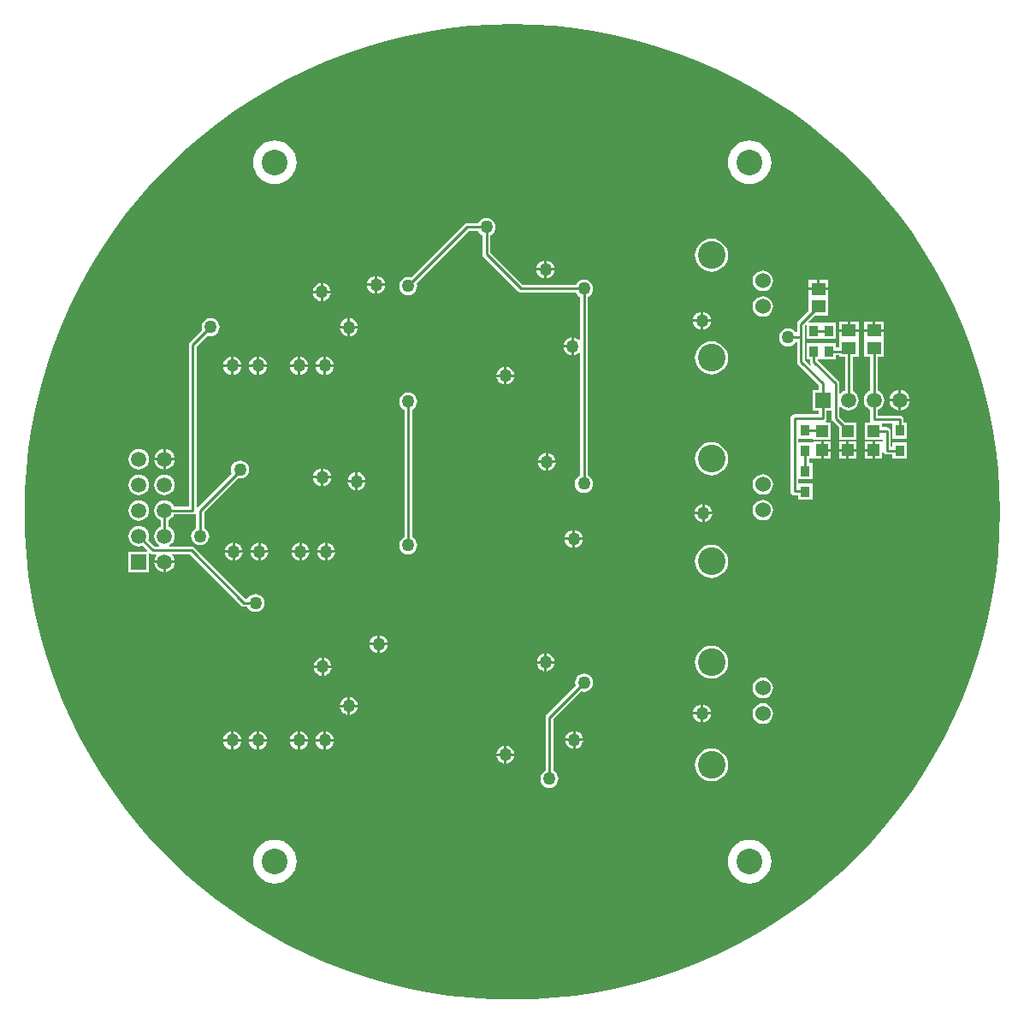
<source format=gbl>
%FSLAX25Y25*%
%MOIN*%
G70*
G01*
G75*
G04 Layer_Physical_Order=2*
G04 Layer_Color=16711680*
%ADD10R,0.03543X0.04331*%
%ADD11R,0.04331X0.03543*%
%ADD12R,0.03543X0.03937*%
%ADD13R,0.04016X0.01614*%
%ADD14R,0.05512X0.04921*%
%ADD15R,0.05512X0.04724*%
%ADD16R,0.04724X0.05512*%
%ADD17O,0.02362X0.08661*%
%ADD18C,0.01000*%
%ADD19C,0.05906*%
%ADD20R,0.05906X0.05906*%
%ADD21C,0.10000*%
%ADD22R,0.05906X0.05906*%
%ADD23C,0.06000*%
%ADD24C,0.05000*%
%ADD25C,0.10787*%
%ADD26R,0.04724X0.04724*%
G36*
X198290Y379864D02*
X206563Y379322D01*
X214806Y378419D01*
X223001Y377158D01*
X231133Y375540D01*
X239187Y373570D01*
X247148Y371249D01*
X254999Y368584D01*
X262727Y365579D01*
X270317Y362240D01*
X277753Y358572D01*
X285023Y354584D01*
X292111Y350283D01*
X299006Y345676D01*
X305692Y340773D01*
X312159Y335583D01*
X318393Y330116D01*
X324382Y324382D01*
X330116Y318393D01*
X335583Y312159D01*
X340773Y305692D01*
X345676Y299006D01*
X350283Y292111D01*
X354584Y285023D01*
X358572Y277753D01*
X362240Y270317D01*
X365579Y262727D01*
X368584Y254999D01*
X371249Y247148D01*
X373570Y239187D01*
X375540Y231133D01*
X377158Y223001D01*
X378419Y214806D01*
X379322Y206563D01*
X379864Y198290D01*
X380045Y190000D01*
X379864Y181710D01*
X379322Y173436D01*
X378419Y165194D01*
X377158Y156999D01*
X375540Y148867D01*
X373570Y140813D01*
X371249Y132852D01*
X368584Y125001D01*
X365579Y117273D01*
X362240Y109683D01*
X358572Y102247D01*
X354584Y94977D01*
X350283Y87889D01*
X345676Y80994D01*
X340773Y74308D01*
X335583Y67841D01*
X330116Y61607D01*
X324382Y55618D01*
X318393Y49884D01*
X312159Y44417D01*
X305692Y39227D01*
X299006Y34324D01*
X292111Y29717D01*
X285023Y25416D01*
X277753Y21428D01*
X270317Y17761D01*
X262727Y14421D01*
X254999Y11416D01*
X247148Y8751D01*
X239187Y6430D01*
X231133Y4460D01*
X223001Y2842D01*
X214806Y1581D01*
X206563Y678D01*
X198290Y136D01*
X190000Y-45D01*
X181710Y136D01*
X173436Y678D01*
X165194Y1581D01*
X156999Y2842D01*
X148867Y4460D01*
X140813Y6430D01*
X132852Y8751D01*
X125001Y11416D01*
X117273Y14421D01*
X109683Y17761D01*
X102247Y21428D01*
X94977Y25416D01*
X87889Y29717D01*
X80994Y34324D01*
X74308Y39227D01*
X67841Y44417D01*
X61607Y49884D01*
X55618Y55618D01*
X49884Y61607D01*
X44417Y67841D01*
X39227Y74308D01*
X34324Y80994D01*
X29717Y87889D01*
X25416Y94977D01*
X21428Y102247D01*
X17761Y109683D01*
X14421Y117273D01*
X11416Y125001D01*
X8751Y132852D01*
X6430Y140813D01*
X4460Y148867D01*
X2842Y156999D01*
X1581Y165194D01*
X678Y173436D01*
X136Y181710D01*
X-45Y190000D01*
X136Y198290D01*
X678Y206563D01*
X1581Y214806D01*
X2842Y223001D01*
X4460Y231133D01*
X6430Y239187D01*
X8751Y247148D01*
X11416Y254999D01*
X14421Y262727D01*
X17761Y270317D01*
X21428Y277753D01*
X25416Y285023D01*
X29717Y292111D01*
X34324Y299006D01*
X39227Y305692D01*
X44417Y312159D01*
X49884Y318393D01*
X55618Y324382D01*
X61607Y330116D01*
X67841Y335583D01*
X74308Y340773D01*
X80994Y345676D01*
X87889Y350283D01*
X94977Y354584D01*
X102247Y358572D01*
X109683Y362240D01*
X117273Y365579D01*
X125001Y368584D01*
X132852Y371249D01*
X140813Y373570D01*
X148867Y375540D01*
X156999Y377158D01*
X165194Y378419D01*
X173436Y379322D01*
X181710Y379864D01*
X190000Y380045D01*
X198290Y379864D01*
D02*
G37*
%LPC*%
G36*
X94964Y174000D02*
X92000D01*
Y171036D01*
X92414Y171090D01*
X93265Y171443D01*
X93996Y172004D01*
X94557Y172735D01*
X94910Y173586D01*
X94964Y174000D01*
D02*
G37*
G36*
X107000D02*
X104036D01*
X104090Y173586D01*
X104443Y172735D01*
X105004Y172004D01*
X105735Y171443D01*
X106586Y171090D01*
X107000Y171036D01*
Y174000D01*
D02*
G37*
G36*
X91000D02*
X88036D01*
X88090Y173586D01*
X88443Y172735D01*
X89004Y172004D01*
X89735Y171443D01*
X90586Y171090D01*
X91000Y171036D01*
Y174000D01*
D02*
G37*
G36*
X81000D02*
X78036D01*
X78090Y173586D01*
X78443Y172735D01*
X79004Y172004D01*
X79735Y171443D01*
X80586Y171090D01*
X81000Y171036D01*
Y174000D01*
D02*
G37*
G36*
X84964D02*
X82000D01*
Y171036D01*
X82414Y171090D01*
X83265Y171443D01*
X83996Y172004D01*
X84557Y172735D01*
X84910Y173586D01*
X84964Y174000D01*
D02*
G37*
G36*
X149500Y236530D02*
X148586Y236410D01*
X147735Y236057D01*
X147004Y235496D01*
X146443Y234765D01*
X146090Y233914D01*
X145970Y233000D01*
X146090Y232086D01*
X146443Y231235D01*
X147004Y230504D01*
X147735Y229943D01*
X147971Y229845D01*
Y180155D01*
X147735Y180057D01*
X147004Y179496D01*
X146443Y178765D01*
X146090Y177914D01*
X145970Y177000D01*
X146090Y176086D01*
X146443Y175235D01*
X147004Y174504D01*
X147735Y173943D01*
X148586Y173590D01*
X149500Y173470D01*
X150414Y173590D01*
X151265Y173943D01*
X151996Y174504D01*
X152557Y175235D01*
X152910Y176086D01*
X153030Y177000D01*
X152910Y177914D01*
X152557Y178765D01*
X151996Y179496D01*
X151265Y180057D01*
X151029Y180155D01*
Y229845D01*
X151265Y229943D01*
X151996Y230504D01*
X152557Y231235D01*
X152910Y232086D01*
X153030Y233000D01*
X152910Y233914D01*
X152557Y234765D01*
X151996Y235496D01*
X151265Y236057D01*
X150414Y236410D01*
X149500Y236530D01*
D02*
G37*
G36*
X81000Y177964D02*
X80586Y177910D01*
X79735Y177557D01*
X79004Y176996D01*
X78443Y176265D01*
X78090Y175414D01*
X78036Y175000D01*
X81000D01*
Y177964D01*
D02*
G37*
G36*
X120964Y174000D02*
X118000D01*
Y171036D01*
X118414Y171090D01*
X119265Y171443D01*
X119996Y172004D01*
X120557Y172735D01*
X120910Y173586D01*
X120964Y174000D01*
D02*
G37*
G36*
X110964D02*
X108000D01*
Y171036D01*
X108414Y171090D01*
X109265Y171443D01*
X109996Y172004D01*
X110557Y172735D01*
X110910Y173586D01*
X110964Y174000D01*
D02*
G37*
G36*
X117000D02*
X114036D01*
X114090Y173586D01*
X114443Y172735D01*
X115004Y172004D01*
X115735Y171443D01*
X116586Y171090D01*
X117000Y171036D01*
Y174000D01*
D02*
G37*
G36*
X58421Y170000D02*
X55000D01*
Y166579D01*
X55532Y166649D01*
X56493Y167047D01*
X57319Y167681D01*
X57953Y168507D01*
X58351Y169468D01*
X58421Y170000D01*
D02*
G37*
G36*
X203600Y134864D02*
Y131900D01*
X206564D01*
X206510Y132314D01*
X206157Y133165D01*
X205596Y133896D01*
X204865Y134457D01*
X204014Y134810D01*
X203600Y134864D01*
D02*
G37*
G36*
X137500Y138000D02*
X134536D01*
X134590Y137586D01*
X134943Y136735D01*
X135504Y136004D01*
X136235Y135443D01*
X137086Y135090D01*
X137500Y135036D01*
Y138000D01*
D02*
G37*
G36*
X202600Y134864D02*
X202186Y134810D01*
X201335Y134457D01*
X200604Y133896D01*
X200043Y133165D01*
X199690Y132314D01*
X199636Y131900D01*
X202600D01*
Y134864D01*
D02*
G37*
G36*
X115677Y133142D02*
X115263Y133087D01*
X114412Y132734D01*
X113681Y132173D01*
X113120Y131442D01*
X112767Y130591D01*
X112713Y130177D01*
X115677D01*
Y133142D01*
D02*
G37*
G36*
X116677D02*
Y130177D01*
X119642D01*
X119587Y130591D01*
X119234Y131442D01*
X118673Y132173D01*
X117942Y132734D01*
X117091Y133087D01*
X116677Y133142D01*
D02*
G37*
G36*
X267700Y177125D02*
X266447Y177001D01*
X265241Y176636D01*
X264131Y176042D01*
X263157Y175243D01*
X262358Y174269D01*
X261764Y173159D01*
X261399Y171953D01*
X261275Y170700D01*
X261399Y169447D01*
X261764Y168241D01*
X262358Y167131D01*
X263157Y166157D01*
X264131Y165358D01*
X265241Y164764D01*
X266447Y164399D01*
X267700Y164275D01*
X268953Y164399D01*
X270159Y164764D01*
X271269Y165358D01*
X272243Y166157D01*
X273042Y167131D01*
X273636Y168241D01*
X274001Y169447D01*
X274125Y170700D01*
X274001Y171953D01*
X273636Y173159D01*
X273042Y174269D01*
X272243Y175243D01*
X271269Y176042D01*
X270159Y176636D01*
X268953Y177001D01*
X267700Y177125D01*
D02*
G37*
G36*
X54000Y170000D02*
X50579D01*
X50649Y169468D01*
X51047Y168507D01*
X51681Y167681D01*
X52507Y167047D01*
X53468Y166649D01*
X54000Y166579D01*
Y170000D01*
D02*
G37*
G36*
X138500Y141964D02*
Y139000D01*
X141464D01*
X141410Y139414D01*
X141057Y140265D01*
X140496Y140996D01*
X139765Y141557D01*
X138914Y141910D01*
X138500Y141964D01*
D02*
G37*
G36*
X141464Y138000D02*
X138500D01*
Y135036D01*
X138914Y135090D01*
X139765Y135443D01*
X140496Y136004D01*
X141057Y136735D01*
X141410Y137586D01*
X141464Y138000D01*
D02*
G37*
G36*
X137500Y141964D02*
X137086Y141910D01*
X136235Y141557D01*
X135504Y140996D01*
X134943Y140265D01*
X134590Y139414D01*
X134536Y139000D01*
X137500D01*
Y141964D01*
D02*
G37*
G36*
X82000Y177964D02*
Y175000D01*
X84964D01*
X84910Y175414D01*
X84557Y176265D01*
X83996Y176996D01*
X83265Y177557D01*
X82414Y177910D01*
X82000Y177964D01*
D02*
G37*
G36*
X264000Y192964D02*
X263586Y192910D01*
X262735Y192557D01*
X262004Y191996D01*
X261443Y191265D01*
X261090Y190414D01*
X261036Y190000D01*
X264000D01*
Y192964D01*
D02*
G37*
G36*
X265000D02*
Y190000D01*
X267964D01*
X267910Y190414D01*
X267557Y191265D01*
X266996Y191996D01*
X266265Y192557D01*
X265414Y192910D01*
X265000Y192964D01*
D02*
G37*
G36*
X287700Y194735D02*
X286656Y194597D01*
X285683Y194194D01*
X284847Y193553D01*
X284206Y192717D01*
X283803Y191744D01*
X283665Y190700D01*
X283803Y189656D01*
X284206Y188683D01*
X284847Y187847D01*
X285683Y187206D01*
X286656Y186803D01*
X287700Y186665D01*
X288744Y186803D01*
X289717Y187206D01*
X290553Y187847D01*
X291194Y188683D01*
X291597Y189656D01*
X291735Y190700D01*
X291597Y191744D01*
X291194Y192717D01*
X290553Y193553D01*
X289717Y194194D01*
X288744Y194597D01*
X287700Y194735D01*
D02*
G37*
G36*
X267964Y189000D02*
X265000D01*
Y186036D01*
X265414Y186090D01*
X266265Y186443D01*
X266996Y187004D01*
X267557Y187735D01*
X267910Y188586D01*
X267964Y189000D01*
D02*
G37*
G36*
X44500Y194487D02*
X43468Y194351D01*
X42507Y193953D01*
X41681Y193319D01*
X41047Y192493D01*
X40649Y191532D01*
X40513Y190500D01*
X40649Y189468D01*
X41047Y188507D01*
X41681Y187681D01*
X42507Y187047D01*
X43468Y186649D01*
X44500Y186513D01*
X45532Y186649D01*
X46493Y187047D01*
X47319Y187681D01*
X47953Y188507D01*
X48351Y189468D01*
X48487Y190500D01*
X48351Y191532D01*
X47953Y192493D01*
X47319Y193319D01*
X46493Y193953D01*
X45532Y194351D01*
X44500Y194487D01*
D02*
G37*
G36*
X128908Y201408D02*
X125944D01*
X125998Y200994D01*
X126351Y200143D01*
X126912Y199412D01*
X127643Y198851D01*
X128494Y198498D01*
X128908Y198443D01*
Y201408D01*
D02*
G37*
G36*
X132872D02*
X129908D01*
Y198443D01*
X130322Y198498D01*
X131173Y198851D01*
X131904Y199412D01*
X132465Y200143D01*
X132818Y200994D01*
X132872Y201408D01*
D02*
G37*
G36*
X287700Y204734D02*
X286656Y204597D01*
X285683Y204194D01*
X284847Y203553D01*
X284206Y202717D01*
X283803Y201744D01*
X283665Y200700D01*
X283803Y199656D01*
X284206Y198683D01*
X284847Y197847D01*
X285683Y197206D01*
X286656Y196803D01*
X287700Y196666D01*
X288744Y196803D01*
X289717Y197206D01*
X290553Y197847D01*
X291194Y198683D01*
X291597Y199656D01*
X291735Y200700D01*
X291597Y201744D01*
X291194Y202717D01*
X290553Y203553D01*
X289717Y204194D01*
X288744Y204597D01*
X287700Y204734D01*
D02*
G37*
G36*
X44500Y204487D02*
X43468Y204351D01*
X42507Y203953D01*
X41681Y203319D01*
X41047Y202493D01*
X40649Y201532D01*
X40513Y200500D01*
X40649Y199468D01*
X41047Y198507D01*
X41681Y197681D01*
X42507Y197047D01*
X43468Y196649D01*
X44500Y196513D01*
X45532Y196649D01*
X46493Y197047D01*
X47319Y197681D01*
X47953Y198507D01*
X48351Y199468D01*
X48487Y200500D01*
X48351Y201532D01*
X47953Y202493D01*
X47319Y203319D01*
X46493Y203953D01*
X45532Y204351D01*
X44500Y204487D01*
D02*
G37*
G36*
X54500D02*
X53468Y204351D01*
X52507Y203953D01*
X51681Y203319D01*
X51047Y202493D01*
X50649Y201532D01*
X50513Y200500D01*
X50649Y199468D01*
X51047Y198507D01*
X51681Y197681D01*
X52507Y197047D01*
X53468Y196649D01*
X54500Y196513D01*
X55532Y196649D01*
X56493Y197047D01*
X57319Y197681D01*
X57953Y198507D01*
X58351Y199468D01*
X58487Y200500D01*
X58351Y201532D01*
X57953Y202493D01*
X57319Y203319D01*
X56493Y203953D01*
X55532Y204351D01*
X54500Y204487D01*
D02*
G37*
G36*
X264000Y189000D02*
X261036D01*
X261090Y188586D01*
X261443Y187735D01*
X262004Y187004D01*
X262735Y186443D01*
X263586Y186090D01*
X264000Y186036D01*
Y189000D01*
D02*
G37*
G36*
X108000Y177964D02*
Y175000D01*
X110964D01*
X110910Y175414D01*
X110557Y176265D01*
X109996Y176996D01*
X109265Y177557D01*
X108414Y177910D01*
X108000Y177964D01*
D02*
G37*
G36*
X117000D02*
X116586Y177910D01*
X115735Y177557D01*
X115004Y176996D01*
X114443Y176265D01*
X114090Y175414D01*
X114036Y175000D01*
X117000D01*
Y177964D01*
D02*
G37*
G36*
X107000D02*
X106586Y177910D01*
X105735Y177557D01*
X105004Y176996D01*
X104443Y176265D01*
X104090Y175414D01*
X104036Y175000D01*
X107000D01*
Y177964D01*
D02*
G37*
G36*
X91000D02*
X90586Y177910D01*
X89735Y177557D01*
X89004Y176996D01*
X88443Y176265D01*
X88090Y175414D01*
X88036Y175000D01*
X91000D01*
Y177964D01*
D02*
G37*
G36*
X92000D02*
Y175000D01*
X94964D01*
X94910Y175414D01*
X94557Y176265D01*
X93996Y176996D01*
X93265Y177557D01*
X92414Y177910D01*
X92000Y177964D01*
D02*
G37*
G36*
X213500Y182964D02*
X213086Y182910D01*
X212235Y182557D01*
X211504Y181996D01*
X210943Y181265D01*
X210590Y180414D01*
X210536Y180000D01*
X213500D01*
Y182964D01*
D02*
G37*
G36*
X214500D02*
Y180000D01*
X217464D01*
X217410Y180414D01*
X217057Y181265D01*
X216496Y181996D01*
X215765Y182557D01*
X214914Y182910D01*
X214500Y182964D01*
D02*
G37*
G36*
X217464Y179000D02*
X214500D01*
Y176036D01*
X214914Y176090D01*
X215765Y176443D01*
X216496Y177004D01*
X217057Y177735D01*
X217410Y178586D01*
X217464Y179000D01*
D02*
G37*
G36*
X118000Y177964D02*
Y175000D01*
X120964D01*
X120910Y175414D01*
X120557Y176265D01*
X119996Y176996D01*
X119265Y177557D01*
X118414Y177910D01*
X118000Y177964D01*
D02*
G37*
G36*
X213500Y179000D02*
X210536D01*
X210590Y178586D01*
X210943Y177735D01*
X211504Y177004D01*
X212235Y176443D01*
X213086Y176090D01*
X213500Y176036D01*
Y179000D01*
D02*
G37*
G36*
X120464Y100500D02*
X117500D01*
Y97536D01*
X117914Y97590D01*
X118765Y97943D01*
X119496Y98504D01*
X120057Y99235D01*
X120410Y100086D01*
X120464Y100500D01*
D02*
G37*
G36*
X213700Y100700D02*
X210736D01*
X210790Y100286D01*
X211143Y99435D01*
X211704Y98704D01*
X212435Y98143D01*
X213286Y97790D01*
X213700Y97736D01*
Y100700D01*
D02*
G37*
G36*
X116500Y100500D02*
X113536D01*
X113590Y100086D01*
X113943Y99235D01*
X114504Y98504D01*
X115235Y97943D01*
X116086Y97590D01*
X116500Y97536D01*
Y100500D01*
D02*
G37*
G36*
X106500D02*
X103536D01*
X103590Y100086D01*
X103943Y99235D01*
X104504Y98504D01*
X105235Y97943D01*
X106086Y97590D01*
X106500Y97536D01*
Y100500D01*
D02*
G37*
G36*
X110464D02*
X107500D01*
Y97536D01*
X107914Y97590D01*
X108765Y97943D01*
X109496Y98504D01*
X110057Y99235D01*
X110410Y100086D01*
X110464Y100500D01*
D02*
G37*
G36*
X90500Y104464D02*
X90086Y104410D01*
X89235Y104057D01*
X88504Y103496D01*
X87943Y102765D01*
X87590Y101914D01*
X87536Y101500D01*
X90500D01*
Y104464D01*
D02*
G37*
G36*
X91500D02*
Y101500D01*
X94464D01*
X94410Y101914D01*
X94057Y102765D01*
X93496Y103496D01*
X92765Y104057D01*
X91914Y104410D01*
X91500Y104464D01*
D02*
G37*
G36*
X81500D02*
Y101500D01*
X84464D01*
X84410Y101914D01*
X84057Y102765D01*
X83496Y103496D01*
X82765Y104057D01*
X81914Y104410D01*
X81500Y104464D01*
D02*
G37*
G36*
X217664Y100700D02*
X214700D01*
Y97736D01*
X215114Y97790D01*
X215965Y98143D01*
X216696Y98704D01*
X217257Y99435D01*
X217610Y100286D01*
X217664Y100700D01*
D02*
G37*
G36*
X80500Y104464D02*
X80086Y104410D01*
X79235Y104057D01*
X78504Y103496D01*
X77943Y102765D01*
X77590Y101914D01*
X77536Y101500D01*
X80500D01*
Y104464D01*
D02*
G37*
G36*
X94464Y100500D02*
X91500D01*
Y97536D01*
X91914Y97590D01*
X92765Y97943D01*
X93496Y98504D01*
X94057Y99235D01*
X94410Y100086D01*
X94464Y100500D01*
D02*
G37*
G36*
X186900Y94900D02*
X183936D01*
X183990Y94486D01*
X184343Y93635D01*
X184904Y92904D01*
X185635Y92343D01*
X186486Y91990D01*
X186900Y91936D01*
Y94900D01*
D02*
G37*
G36*
X190864D02*
X187900D01*
Y91936D01*
X188314Y91990D01*
X189165Y92343D01*
X189896Y92904D01*
X190457Y93635D01*
X190810Y94486D01*
X190864Y94900D01*
D02*
G37*
G36*
X267700Y97825D02*
X266447Y97701D01*
X265241Y97336D01*
X264131Y96742D01*
X263157Y95943D01*
X262358Y94969D01*
X261764Y93859D01*
X261399Y92653D01*
X261275Y91400D01*
X261399Y90147D01*
X261764Y88941D01*
X262358Y87831D01*
X263157Y86857D01*
X264131Y86058D01*
X265241Y85464D01*
X266447Y85099D01*
X267700Y84975D01*
X268953Y85099D01*
X270159Y85464D01*
X271269Y86058D01*
X272243Y86857D01*
X273042Y87831D01*
X273636Y88941D01*
X274001Y90147D01*
X274125Y91400D01*
X274001Y92653D01*
X273636Y93859D01*
X273042Y94969D01*
X272243Y95943D01*
X271269Y96742D01*
X270159Y97336D01*
X268953Y97701D01*
X267700Y97825D01*
D02*
G37*
G36*
X97500Y62266D02*
X95839Y62102D01*
X94241Y61618D01*
X92769Y60831D01*
X91478Y59772D01*
X90419Y58481D01*
X89632Y57009D01*
X89148Y55411D01*
X88984Y53750D01*
X89148Y52089D01*
X89632Y50491D01*
X90419Y49019D01*
X91478Y47728D01*
X92769Y46669D01*
X94241Y45882D01*
X95839Y45398D01*
X97500Y45234D01*
X99161Y45398D01*
X100759Y45882D01*
X102231Y46669D01*
X103522Y47728D01*
X104581Y49019D01*
X105368Y50491D01*
X105852Y52089D01*
X106016Y53750D01*
X105852Y55411D01*
X105368Y57009D01*
X104581Y58481D01*
X103522Y59772D01*
X102231Y60831D01*
X100759Y61618D01*
X99161Y62102D01*
X97500Y62266D01*
D02*
G37*
G36*
X282500D02*
X280839Y62102D01*
X279241Y61618D01*
X277769Y60831D01*
X276478Y59772D01*
X275419Y58481D01*
X274632Y57009D01*
X274148Y55411D01*
X273984Y53750D01*
X274148Y52089D01*
X274632Y50491D01*
X275419Y49019D01*
X276478Y47728D01*
X277769Y46669D01*
X279241Y45882D01*
X280839Y45398D01*
X282500Y45234D01*
X284161Y45398D01*
X285759Y45882D01*
X287231Y46669D01*
X288522Y47728D01*
X289581Y49019D01*
X290368Y50491D01*
X290852Y52089D01*
X291016Y53750D01*
X290852Y55411D01*
X290368Y57009D01*
X289581Y58481D01*
X288522Y59772D01*
X287231Y60831D01*
X285759Y61618D01*
X284161Y62102D01*
X282500Y62266D01*
D02*
G37*
G36*
X84464Y100500D02*
X81500D01*
Y97536D01*
X81914Y97590D01*
X82765Y97943D01*
X83496Y98504D01*
X84057Y99235D01*
X84410Y100086D01*
X84464Y100500D01*
D02*
G37*
G36*
X90500D02*
X87536D01*
X87590Y100086D01*
X87943Y99235D01*
X88504Y98504D01*
X89235Y97943D01*
X90086Y97590D01*
X90500Y97536D01*
Y100500D01*
D02*
G37*
G36*
X80500D02*
X77536D01*
X77590Y100086D01*
X77943Y99235D01*
X78504Y98504D01*
X79235Y97943D01*
X80086Y97590D01*
X80500Y97536D01*
Y100500D01*
D02*
G37*
G36*
X186900Y98864D02*
X186486Y98810D01*
X185635Y98457D01*
X184904Y97896D01*
X184343Y97165D01*
X183990Y96314D01*
X183936Y95900D01*
X186900D01*
Y98864D01*
D02*
G37*
G36*
X187900D02*
Y95900D01*
X190864D01*
X190810Y96314D01*
X190457Y97165D01*
X189896Y97896D01*
X189165Y98457D01*
X188314Y98810D01*
X187900Y98864D01*
D02*
G37*
G36*
X106500Y104464D02*
X106086Y104410D01*
X105235Y104057D01*
X104504Y103496D01*
X103943Y102765D01*
X103590Y101914D01*
X103536Y101500D01*
X106500D01*
Y104464D01*
D02*
G37*
G36*
X287700Y125435D02*
X286656Y125297D01*
X285683Y124894D01*
X284847Y124253D01*
X284206Y123417D01*
X283803Y122444D01*
X283665Y121400D01*
X283803Y120356D01*
X284206Y119383D01*
X284847Y118547D01*
X285683Y117906D01*
X286656Y117503D01*
X287700Y117366D01*
X288744Y117503D01*
X289717Y117906D01*
X290553Y118547D01*
X291194Y119383D01*
X291597Y120356D01*
X291735Y121400D01*
X291597Y122444D01*
X291194Y123417D01*
X290553Y124253D01*
X289717Y124894D01*
X288744Y125297D01*
X287700Y125435D01*
D02*
G37*
G36*
X218043Y126987D02*
X217130Y126867D01*
X216278Y126514D01*
X215547Y125953D01*
X214986Y125222D01*
X214633Y124370D01*
X214513Y123457D01*
X214633Y122543D01*
X214731Y122307D01*
X203419Y110995D01*
X203087Y110499D01*
X202971Y109913D01*
Y89155D01*
X202735Y89057D01*
X202004Y88496D01*
X201443Y87765D01*
X201090Y86914D01*
X200970Y86000D01*
X201090Y85086D01*
X201443Y84235D01*
X202004Y83504D01*
X202735Y82943D01*
X203586Y82590D01*
X204500Y82470D01*
X205414Y82590D01*
X206265Y82943D01*
X206996Y83504D01*
X207557Y84235D01*
X207910Y85086D01*
X208030Y86000D01*
X207910Y86914D01*
X207557Y87765D01*
X206996Y88496D01*
X206265Y89057D01*
X206029Y89155D01*
Y109280D01*
X216894Y120144D01*
X217130Y120047D01*
X218043Y119927D01*
X218957Y120047D01*
X219808Y120399D01*
X220539Y120960D01*
X221100Y121692D01*
X221453Y122543D01*
X221573Y123457D01*
X221453Y124370D01*
X221100Y125222D01*
X220539Y125953D01*
X219808Y126514D01*
X218957Y126867D01*
X218043Y126987D01*
D02*
G37*
G36*
X126900Y117864D02*
Y114900D01*
X129864D01*
X129810Y115314D01*
X129457Y116165D01*
X128896Y116896D01*
X128165Y117457D01*
X127314Y117810D01*
X126900Y117864D01*
D02*
G37*
G36*
X264500Y114964D02*
Y112000D01*
X267464D01*
X267410Y112414D01*
X267057Y113265D01*
X266496Y113996D01*
X265765Y114557D01*
X264914Y114910D01*
X264500Y114964D01*
D02*
G37*
G36*
X125900Y117864D02*
X125486Y117810D01*
X124635Y117457D01*
X123904Y116896D01*
X123343Y116165D01*
X122990Y115314D01*
X122936Y114900D01*
X125900D01*
Y117864D01*
D02*
G37*
G36*
X202600Y130900D02*
X199636D01*
X199690Y130486D01*
X200043Y129635D01*
X200604Y128904D01*
X201335Y128343D01*
X202186Y127990D01*
X202600Y127936D01*
Y130900D01*
D02*
G37*
G36*
X206564D02*
X203600D01*
Y127936D01*
X204014Y127990D01*
X204865Y128343D01*
X205596Y128904D01*
X206157Y129635D01*
X206510Y130486D01*
X206564Y130900D01*
D02*
G37*
G36*
X119642Y129177D02*
X116677D01*
Y126213D01*
X117091Y126267D01*
X117942Y126620D01*
X118673Y127181D01*
X119234Y127912D01*
X119587Y128763D01*
X119642Y129177D01*
D02*
G37*
G36*
X267700Y137825D02*
X266447Y137701D01*
X265241Y137336D01*
X264131Y136742D01*
X263157Y135943D01*
X262358Y134969D01*
X261764Y133859D01*
X261399Y132653D01*
X261275Y131400D01*
X261399Y130147D01*
X261764Y128941D01*
X262358Y127831D01*
X263157Y126857D01*
X264131Y126058D01*
X265241Y125464D01*
X266447Y125099D01*
X267700Y124975D01*
X268953Y125099D01*
X270159Y125464D01*
X271269Y126058D01*
X272243Y126857D01*
X273042Y127831D01*
X273636Y128941D01*
X274001Y130147D01*
X274125Y131400D01*
X274001Y132653D01*
X273636Y133859D01*
X273042Y134969D01*
X272243Y135943D01*
X271269Y136742D01*
X270159Y137336D01*
X268953Y137701D01*
X267700Y137825D01*
D02*
G37*
G36*
X115677Y129177D02*
X112713D01*
X112767Y128763D01*
X113120Y127912D01*
X113681Y127181D01*
X114412Y126620D01*
X115263Y126267D01*
X115677Y126213D01*
Y129177D01*
D02*
G37*
G36*
X263500Y114964D02*
X263086Y114910D01*
X262235Y114557D01*
X261504Y113996D01*
X260943Y113265D01*
X260590Y112414D01*
X260536Y112000D01*
X263500D01*
Y114964D01*
D02*
G37*
G36*
X213700Y104664D02*
X213286Y104610D01*
X212435Y104257D01*
X211704Y103696D01*
X211143Y102965D01*
X210790Y102114D01*
X210736Y101700D01*
X213700D01*
Y104664D01*
D02*
G37*
G36*
X214700D02*
Y101700D01*
X217664D01*
X217610Y102114D01*
X217257Y102965D01*
X216696Y103696D01*
X215965Y104257D01*
X215114Y104610D01*
X214700Y104664D01*
D02*
G37*
G36*
X117500Y104464D02*
Y101500D01*
X120464D01*
X120410Y101914D01*
X120057Y102765D01*
X119496Y103496D01*
X118765Y104057D01*
X117914Y104410D01*
X117500Y104464D01*
D02*
G37*
G36*
X107500D02*
Y101500D01*
X110464D01*
X110410Y101914D01*
X110057Y102765D01*
X109496Y103496D01*
X108765Y104057D01*
X107914Y104410D01*
X107500Y104464D01*
D02*
G37*
G36*
X116500D02*
X116086Y104410D01*
X115235Y104057D01*
X114504Y103496D01*
X113943Y102765D01*
X113590Y101914D01*
X113536Y101500D01*
X116500D01*
Y104464D01*
D02*
G37*
G36*
X125900Y113900D02*
X122936D01*
X122990Y113486D01*
X123343Y112635D01*
X123904Y111904D01*
X124635Y111343D01*
X125486Y110990D01*
X125900Y110936D01*
Y113900D01*
D02*
G37*
G36*
X129864D02*
X126900D01*
Y110936D01*
X127314Y110990D01*
X128165Y111343D01*
X128896Y111904D01*
X129457Y112635D01*
X129810Y113486D01*
X129864Y113900D01*
D02*
G37*
G36*
X267464Y111000D02*
X264500D01*
Y108036D01*
X264914Y108090D01*
X265765Y108443D01*
X266496Y109004D01*
X267057Y109735D01*
X267410Y110586D01*
X267464Y111000D01*
D02*
G37*
G36*
X287700Y115435D02*
X286656Y115297D01*
X285683Y114894D01*
X284847Y114253D01*
X284206Y113417D01*
X283803Y112444D01*
X283665Y111400D01*
X283803Y110356D01*
X284206Y109383D01*
X284847Y108547D01*
X285683Y107906D01*
X286656Y107503D01*
X287700Y107366D01*
X288744Y107503D01*
X289717Y107906D01*
X290553Y108547D01*
X291194Y109383D01*
X291597Y110356D01*
X291735Y111400D01*
X291597Y112444D01*
X291194Y113417D01*
X290553Y114253D01*
X289717Y114894D01*
X288744Y115297D01*
X287700Y115435D01*
D02*
G37*
G36*
X263500Y111000D02*
X260536D01*
X260590Y110586D01*
X260943Y109735D01*
X261504Y109004D01*
X262235Y108443D01*
X263086Y108090D01*
X263500Y108036D01*
Y111000D01*
D02*
G37*
G36*
Y264000D02*
X260536D01*
X260590Y263586D01*
X260943Y262735D01*
X261504Y262004D01*
X262235Y261443D01*
X263086Y261090D01*
X263500Y261036D01*
Y264000D01*
D02*
G37*
G36*
X267464D02*
X264500D01*
Y261036D01*
X264914Y261090D01*
X265765Y261443D01*
X266496Y262004D01*
X267057Y262735D01*
X267410Y263586D01*
X267464Y264000D01*
D02*
G37*
G36*
X72500Y265530D02*
X71586Y265410D01*
X70735Y265057D01*
X70004Y264496D01*
X69443Y263765D01*
X69090Y262914D01*
X68970Y262000D01*
X69090Y261086D01*
X69188Y260851D01*
X64419Y256081D01*
X64087Y255585D01*
X63971Y255000D01*
Y192029D01*
X58145D01*
X57953Y192493D01*
X57319Y193319D01*
X56493Y193953D01*
X55532Y194351D01*
X54500Y194487D01*
X53468Y194351D01*
X52507Y193953D01*
X51681Y193319D01*
X51047Y192493D01*
X50649Y191532D01*
X50513Y190500D01*
X50649Y189468D01*
X51047Y188507D01*
X51681Y187681D01*
X52507Y187047D01*
X52971Y186855D01*
Y184145D01*
X52507Y183953D01*
X51681Y183319D01*
X51047Y182493D01*
X50649Y181532D01*
X50513Y180500D01*
X50649Y179468D01*
X51047Y178507D01*
X51681Y177681D01*
X52507Y177047D01*
X52573Y177020D01*
X52475Y176529D01*
X50634D01*
X48159Y179004D01*
X48351Y179468D01*
X48487Y180500D01*
X48351Y181532D01*
X47953Y182493D01*
X47319Y183319D01*
X46493Y183953D01*
X45532Y184351D01*
X44500Y184487D01*
X43468Y184351D01*
X42507Y183953D01*
X41681Y183319D01*
X41047Y182493D01*
X40649Y181532D01*
X40513Y180500D01*
X40649Y179468D01*
X41047Y178507D01*
X41681Y177681D01*
X42507Y177047D01*
X43468Y176649D01*
X44500Y176513D01*
X45532Y176649D01*
X45996Y176841D01*
X47922Y174915D01*
X47731Y174453D01*
X40547D01*
Y166547D01*
X48453D01*
Y173731D01*
X48915Y173922D01*
X48919Y173919D01*
X49415Y173587D01*
X49512Y173568D01*
X50000Y173471D01*
X51232D01*
X51453Y173022D01*
X51047Y172493D01*
X50649Y171532D01*
X50579Y171000D01*
X58421D01*
X58351Y171532D01*
X57953Y172493D01*
X57319Y173319D01*
X57371Y173471D01*
X64367D01*
X84419Y153419D01*
X84915Y153087D01*
X85500Y152971D01*
X86845D01*
X86943Y152735D01*
X87504Y152004D01*
X88235Y151443D01*
X89086Y151090D01*
X90000Y150970D01*
X90914Y151090D01*
X91765Y151443D01*
X92496Y152004D01*
X93057Y152735D01*
X93410Y153586D01*
X93530Y154500D01*
X93410Y155414D01*
X93057Y156265D01*
X92496Y156996D01*
X91765Y157557D01*
X90914Y157910D01*
X90000Y158030D01*
X89086Y157910D01*
X88235Y157557D01*
X87504Y156996D01*
X86943Y156265D01*
X86845Y156029D01*
X86133D01*
X66081Y176081D01*
X65585Y176413D01*
X65000Y176529D01*
X56525D01*
X56427Y177020D01*
X56493Y177047D01*
X57319Y177681D01*
X57953Y178507D01*
X58351Y179468D01*
X58487Y180500D01*
X58351Y181532D01*
X57953Y182493D01*
X57319Y183319D01*
X56493Y183953D01*
X56029Y184145D01*
Y186855D01*
X56493Y187047D01*
X57319Y187681D01*
X57953Y188507D01*
X58145Y188971D01*
X65500D01*
X66085Y189087D01*
X66482Y189352D01*
X66923Y189117D01*
Y183702D01*
X66688Y183605D01*
X65956Y183044D01*
X65395Y182312D01*
X65043Y181461D01*
X64923Y180547D01*
X65043Y179634D01*
X65395Y178782D01*
X65956Y178051D01*
X66688Y177490D01*
X67539Y177137D01*
X68453Y177017D01*
X69366Y177137D01*
X70218Y177490D01*
X70949Y178051D01*
X71510Y178782D01*
X71863Y179634D01*
X71983Y180547D01*
X71863Y181461D01*
X71510Y182312D01*
X70949Y183044D01*
X70218Y183605D01*
X69982Y183702D01*
Y189819D01*
X83234Y203071D01*
X84000Y202970D01*
X84914Y203090D01*
X85765Y203443D01*
X86496Y204004D01*
X87057Y204735D01*
X87410Y205586D01*
X87530Y206500D01*
X87410Y207414D01*
X87057Y208265D01*
X86496Y208996D01*
X85765Y209557D01*
X84914Y209910D01*
X84000Y210030D01*
X83086Y209910D01*
X82235Y209557D01*
X81504Y208996D01*
X80943Y208265D01*
X80590Y207414D01*
X80470Y206500D01*
X80590Y205586D01*
X80834Y204997D01*
X67491Y191654D01*
X67029Y191846D01*
Y254366D01*
X71351Y258688D01*
X71586Y258590D01*
X72500Y258470D01*
X73414Y258590D01*
X74265Y258943D01*
X74996Y259504D01*
X75557Y260235D01*
X75910Y261086D01*
X76030Y262000D01*
X75910Y262914D01*
X75557Y263765D01*
X74996Y264496D01*
X74265Y265057D01*
X73414Y265410D01*
X72500Y265530D01*
D02*
G37*
G36*
X125900Y261400D02*
X122936D01*
X122990Y260986D01*
X123343Y260135D01*
X123904Y259404D01*
X124635Y258843D01*
X125486Y258490D01*
X125900Y258436D01*
Y261400D01*
D02*
G37*
G36*
X129864D02*
X126900D01*
Y258436D01*
X127314Y258490D01*
X128165Y258843D01*
X128896Y259404D01*
X129457Y260135D01*
X129810Y260986D01*
X129864Y261400D01*
D02*
G37*
G36*
X334756Y264106D02*
X331500D01*
Y261145D01*
X334756D01*
Y264106D01*
D02*
G37*
G36*
X125900Y265364D02*
X125486Y265310D01*
X124635Y264957D01*
X123904Y264396D01*
X123343Y263665D01*
X122990Y262814D01*
X122936Y262400D01*
X125900D01*
Y265364D01*
D02*
G37*
G36*
X330500Y264106D02*
X327244D01*
Y261145D01*
X330500D01*
Y264106D01*
D02*
G37*
G36*
X320700D02*
X317444D01*
Y261145D01*
X320700D01*
Y264106D01*
D02*
G37*
G36*
X324956D02*
X321700D01*
Y261145D01*
X324956D01*
Y264106D01*
D02*
G37*
G36*
X313056Y276445D02*
X305544D01*
Y273484D01*
Y268462D01*
X301419Y264337D01*
X301087Y263840D01*
X300971Y263255D01*
Y260004D01*
X300497Y259843D01*
X299996Y260496D01*
X299265Y261057D01*
X298414Y261410D01*
X297500Y261530D01*
X296586Y261410D01*
X295735Y261057D01*
X295004Y260496D01*
X294443Y259765D01*
X294090Y258914D01*
X293970Y258000D01*
X294090Y257086D01*
X294443Y256235D01*
X295004Y255504D01*
X295735Y254943D01*
X296586Y254590D01*
X297500Y254470D01*
X298414Y254590D01*
X299265Y254943D01*
X299996Y255504D01*
X300497Y256157D01*
X300971Y255996D01*
Y248500D01*
X300971Y248500D01*
X300971D01*
X301087Y247915D01*
X301419Y247419D01*
X309471Y239367D01*
Y237453D01*
X307047D01*
Y229547D01*
X309471D01*
Y228029D01*
X300000D01*
X299415Y227913D01*
X298919Y227581D01*
X298587Y227085D01*
X298471Y226500D01*
Y198000D01*
X298471Y198000D01*
X298471D01*
X298587Y197415D01*
X298919Y196919D01*
X299415Y196587D01*
X300000Y196471D01*
X301428D01*
Y194761D01*
X306972D01*
Y201091D01*
X301529D01*
Y202635D01*
X306972D01*
Y208965D01*
X305729D01*
Y210738D01*
X306972D01*
Y210738D01*
X306972D01*
X306972Y210738D01*
X307438Y210738D01*
Y210738D01*
X310300D01*
Y214099D01*
Y217462D01*
X307438D01*
Y217069D01*
X306972D01*
Y217069D01*
X301529D01*
Y218612D01*
X306972D01*
Y218612D01*
X307084D01*
X307438Y218258D01*
Y218218D01*
X314162D01*
Y224942D01*
X312400D01*
X312081Y225419D01*
X312413Y225915D01*
X312529Y226500D01*
X312529Y226500D01*
X312529Y226500D01*
Y226500D01*
Y229547D01*
X314471D01*
Y226500D01*
X314471Y226500D01*
X314471D01*
X314587Y225915D01*
X314919Y225419D01*
X317338Y222999D01*
Y218218D01*
X324062D01*
Y224942D01*
X319720D01*
X317529Y227133D01*
Y230752D01*
X318003Y230913D01*
X318181Y230681D01*
X319007Y230047D01*
X319968Y229649D01*
X321000Y229513D01*
X322032Y229649D01*
X322993Y230047D01*
X323819Y230681D01*
X324453Y231507D01*
X324851Y232468D01*
X324987Y233500D01*
X324851Y234532D01*
X324453Y235493D01*
X323819Y236319D01*
X322993Y236953D01*
X322729Y237062D01*
Y250294D01*
X324956D01*
Y257184D01*
Y260145D01*
X317444D01*
Y257184D01*
Y254110D01*
X316172D01*
Y255746D01*
X310628D01*
D01*
D01*
X310628Y255746D01*
X310372D01*
Y255746D01*
X304828D01*
Y249415D01*
X306071D01*
Y248400D01*
X306187Y247815D01*
X306459Y247407D01*
X306073Y247090D01*
X304029Y249133D01*
Y258000D01*
Y262622D01*
X304366Y262959D01*
X304828Y262767D01*
Y257289D01*
X310372D01*
Y257289D01*
X310372D01*
X310372Y257289D01*
X310628D01*
Y257289D01*
X316172D01*
Y263620D01*
X310628D01*
D01*
D01*
X310628Y263620D01*
X310372D01*
Y263620D01*
X305681D01*
X305489Y264082D01*
X308002Y266595D01*
X313056D01*
Y273484D01*
Y276445D01*
D02*
G37*
G36*
X106500Y250464D02*
X106086Y250410D01*
X105235Y250057D01*
X104504Y249496D01*
X103943Y248765D01*
X103590Y247914D01*
X103536Y247500D01*
X106500D01*
Y250464D01*
D02*
G37*
G36*
X107500D02*
Y247500D01*
X110464D01*
X110410Y247914D01*
X110057Y248765D01*
X109496Y249496D01*
X108765Y250057D01*
X107914Y250410D01*
X107500Y250464D01*
D02*
G37*
G36*
X91500D02*
Y247500D01*
X94464D01*
X94410Y247914D01*
X94057Y248765D01*
X93496Y249496D01*
X92765Y250057D01*
X91914Y250410D01*
X91500Y250464D01*
D02*
G37*
G36*
X81500D02*
Y247500D01*
X84464D01*
X84410Y247914D01*
X84057Y248765D01*
X83496Y249496D01*
X82765Y250057D01*
X81914Y250410D01*
X81500Y250464D01*
D02*
G37*
G36*
X90500D02*
X90086Y250410D01*
X89235Y250057D01*
X88504Y249496D01*
X87943Y248765D01*
X87590Y247914D01*
X87536Y247500D01*
X90500D01*
Y250464D01*
D02*
G37*
G36*
X213000Y257964D02*
X212586Y257910D01*
X211735Y257557D01*
X211004Y256996D01*
X210443Y256265D01*
X210090Y255414D01*
X210036Y255000D01*
X213000D01*
Y257964D01*
D02*
G37*
G36*
X180000Y304530D02*
X179086Y304410D01*
X178235Y304057D01*
X177504Y303496D01*
X176943Y302765D01*
X176845Y302529D01*
X172500D01*
X171915Y302413D01*
X171419Y302081D01*
X150649Y281312D01*
X150414Y281410D01*
X149500Y281530D01*
X148586Y281410D01*
X147735Y281057D01*
X147004Y280496D01*
X146443Y279765D01*
X146090Y278914D01*
X145970Y278000D01*
X146090Y277086D01*
X146443Y276235D01*
X147004Y275504D01*
X147735Y274943D01*
X148586Y274590D01*
X149500Y274470D01*
X150414Y274590D01*
X151265Y274943D01*
X151996Y275504D01*
X152557Y276235D01*
X152910Y277086D01*
X153030Y278000D01*
X152910Y278914D01*
X152812Y279149D01*
X173134Y299471D01*
X176845D01*
X176943Y299235D01*
X177504Y298504D01*
X178235Y297943D01*
X178471Y297845D01*
Y290500D01*
X178587Y289915D01*
X178919Y289419D01*
X192462Y275875D01*
X192462D01*
X192462Y275875D01*
X192462Y275875D01*
Y275875D01*
X192958Y275544D01*
X193543Y275427D01*
X214888D01*
X214986Y275192D01*
X215547Y274461D01*
X216278Y273900D01*
X216514Y273802D01*
Y257099D01*
X216040Y256939D01*
X215996Y256996D01*
X215265Y257557D01*
X214414Y257910D01*
X214000Y257964D01*
Y254499D01*
Y251036D01*
X214414Y251090D01*
X215265Y251443D01*
X215996Y252004D01*
X216040Y252061D01*
X216514Y251901D01*
Y204173D01*
X216235Y204057D01*
X215504Y203496D01*
X214943Y202765D01*
X214590Y201914D01*
X214470Y201000D01*
X214590Y200086D01*
X214943Y199235D01*
X215504Y198504D01*
X216235Y197943D01*
X217086Y197590D01*
X218000Y197470D01*
X218914Y197590D01*
X219765Y197943D01*
X220496Y198504D01*
X221057Y199235D01*
X221410Y200086D01*
X221530Y201000D01*
X221410Y201914D01*
X221057Y202765D01*
X220496Y203496D01*
X219765Y204057D01*
X219573Y204137D01*
Y273802D01*
X219808Y273900D01*
X220539Y274461D01*
X221100Y275192D01*
X221453Y276043D01*
X221573Y276957D01*
X221453Y277870D01*
X221100Y278722D01*
X220539Y279453D01*
X219808Y280014D01*
X218957Y280367D01*
X218043Y280487D01*
X217130Y280367D01*
X216278Y280014D01*
X215547Y279453D01*
X214986Y278722D01*
X214888Y278486D01*
X194177D01*
X181529Y291133D01*
Y297845D01*
X181765Y297943D01*
X182496Y298504D01*
X183057Y299235D01*
X183410Y300086D01*
X183530Y301000D01*
X183410Y301914D01*
X183057Y302765D01*
X182496Y303496D01*
X181765Y304057D01*
X180914Y304410D01*
X180000Y304530D01*
D02*
G37*
G36*
X213000Y254000D02*
X210036D01*
X210090Y253586D01*
X210443Y252735D01*
X211004Y252004D01*
X211735Y251443D01*
X212586Y251090D01*
X213000Y251036D01*
Y254000D01*
D02*
G37*
G36*
X116500Y250464D02*
X116086Y250410D01*
X115235Y250057D01*
X114504Y249496D01*
X113943Y248765D01*
X113590Y247914D01*
X113536Y247500D01*
X116500D01*
Y250464D01*
D02*
G37*
G36*
X117500D02*
Y247500D01*
X120464D01*
X120410Y247914D01*
X120057Y248765D01*
X119496Y249496D01*
X118765Y250057D01*
X117914Y250410D01*
X117500Y250464D01*
D02*
G37*
G36*
X126900Y265364D02*
Y262400D01*
X129864D01*
X129810Y262814D01*
X129457Y263665D01*
X128896Y264396D01*
X128165Y264957D01*
X127314Y265310D01*
X126900Y265364D01*
D02*
G37*
G36*
X202500Y284000D02*
X199536D01*
X199590Y283586D01*
X199943Y282735D01*
X200504Y282004D01*
X201235Y281443D01*
X202086Y281090D01*
X202500Y281036D01*
Y284000D01*
D02*
G37*
G36*
X206464D02*
X203500D01*
Y281036D01*
X203914Y281090D01*
X204765Y281443D01*
X205496Y282004D01*
X206057Y282735D01*
X206410Y283586D01*
X206464Y284000D01*
D02*
G37*
G36*
X137500Y281964D02*
Y279000D01*
X140464D01*
X140410Y279414D01*
X140057Y280265D01*
X139496Y280996D01*
X138765Y281557D01*
X137914Y281910D01*
X137500Y281964D01*
D02*
G37*
G36*
X313056Y280405D02*
X309800D01*
Y277445D01*
X313056D01*
Y280405D01*
D02*
G37*
G36*
X136500Y281964D02*
X136086Y281910D01*
X135235Y281557D01*
X134504Y280996D01*
X133943Y280265D01*
X133590Y279414D01*
X133536Y279000D01*
X136500D01*
Y281964D01*
D02*
G37*
G36*
X97500Y334766D02*
X95839Y334602D01*
X94241Y334118D01*
X92769Y333331D01*
X91478Y332272D01*
X90419Y330981D01*
X89632Y329509D01*
X89148Y327911D01*
X88984Y326250D01*
X89148Y324589D01*
X89632Y322991D01*
X90419Y321519D01*
X91478Y320228D01*
X92769Y319169D01*
X94241Y318382D01*
X95839Y317898D01*
X97500Y317734D01*
X99161Y317898D01*
X100759Y318382D01*
X102231Y319169D01*
X103522Y320228D01*
X104581Y321519D01*
X105368Y322991D01*
X105852Y324589D01*
X106016Y326250D01*
X105852Y327911D01*
X105368Y329509D01*
X104581Y330981D01*
X103522Y332272D01*
X102231Y333331D01*
X100759Y334118D01*
X99161Y334602D01*
X97500Y334766D01*
D02*
G37*
G36*
X282500D02*
X280839Y334602D01*
X279241Y334118D01*
X277769Y333331D01*
X276478Y332272D01*
X275419Y330981D01*
X274632Y329509D01*
X274148Y327911D01*
X273984Y326250D01*
X274148Y324589D01*
X274632Y322991D01*
X275419Y321519D01*
X276478Y320228D01*
X277769Y319169D01*
X279241Y318382D01*
X280839Y317898D01*
X282500Y317734D01*
X284161Y317898D01*
X285759Y318382D01*
X287231Y319169D01*
X288522Y320228D01*
X289581Y321519D01*
X290368Y322991D01*
X290852Y324589D01*
X291016Y326250D01*
X290852Y327911D01*
X290368Y329509D01*
X289581Y330981D01*
X288522Y332272D01*
X287231Y333331D01*
X285759Y334118D01*
X284161Y334602D01*
X282500Y334766D01*
D02*
G37*
G36*
X203500Y287964D02*
Y285000D01*
X206464D01*
X206410Y285414D01*
X206057Y286265D01*
X205496Y286996D01*
X204765Y287557D01*
X203914Y287910D01*
X203500Y287964D01*
D02*
G37*
G36*
X267700Y296425D02*
X266447Y296301D01*
X265241Y295936D01*
X264131Y295342D01*
X263157Y294543D01*
X262358Y293569D01*
X261764Y292459D01*
X261399Y291253D01*
X261275Y290000D01*
X261399Y288747D01*
X261764Y287541D01*
X262358Y286431D01*
X263157Y285457D01*
X264131Y284658D01*
X265241Y284064D01*
X266447Y283699D01*
X267700Y283575D01*
X268953Y283699D01*
X270159Y284064D01*
X271269Y284658D01*
X272243Y285457D01*
X273042Y286431D01*
X273636Y287541D01*
X274001Y288747D01*
X274125Y290000D01*
X274001Y291253D01*
X273636Y292459D01*
X273042Y293569D01*
X272243Y294543D01*
X271269Y295342D01*
X270159Y295936D01*
X268953Y296301D01*
X267700Y296425D01*
D02*
G37*
G36*
X202500Y287964D02*
X202086Y287910D01*
X201235Y287557D01*
X200504Y286996D01*
X199943Y286265D01*
X199590Y285414D01*
X199536Y285000D01*
X202500D01*
Y287964D01*
D02*
G37*
G36*
X308800Y280405D02*
X305544D01*
Y277445D01*
X308800D01*
Y280405D01*
D02*
G37*
G36*
X115323Y275177D02*
X112358D01*
X112413Y274763D01*
X112766Y273912D01*
X113327Y273181D01*
X114058Y272620D01*
X114909Y272267D01*
X115323Y272213D01*
Y275177D01*
D02*
G37*
G36*
X119287D02*
X116323D01*
Y272213D01*
X116736Y272267D01*
X117588Y272620D01*
X118319Y273181D01*
X118880Y273912D01*
X119233Y274763D01*
X119287Y275177D01*
D02*
G37*
G36*
X287700Y274035D02*
X286656Y273897D01*
X285683Y273494D01*
X284847Y272853D01*
X284206Y272017D01*
X283803Y271044D01*
X283665Y270000D01*
X283803Y268956D01*
X284206Y267983D01*
X284847Y267147D01*
X285683Y266506D01*
X286656Y266103D01*
X287700Y265966D01*
X288744Y266103D01*
X289717Y266506D01*
X290553Y267147D01*
X291194Y267983D01*
X291597Y268956D01*
X291735Y270000D01*
X291597Y271044D01*
X291194Y272017D01*
X290553Y272853D01*
X289717Y273494D01*
X288744Y273897D01*
X287700Y274035D01*
D02*
G37*
G36*
X263500Y267964D02*
X263086Y267910D01*
X262235Y267557D01*
X261504Y266996D01*
X260943Y266265D01*
X260590Y265414D01*
X260536Y265000D01*
X263500D01*
Y267964D01*
D02*
G37*
G36*
X264500D02*
Y265000D01*
X267464D01*
X267410Y265414D01*
X267057Y266265D01*
X266496Y266996D01*
X265765Y267557D01*
X264914Y267910D01*
X264500Y267964D01*
D02*
G37*
G36*
X115323Y279142D02*
X114909Y279087D01*
X114058Y278734D01*
X113327Y278173D01*
X112766Y277442D01*
X112413Y276591D01*
X112358Y276177D01*
X115323D01*
Y279142D01*
D02*
G37*
G36*
X116323D02*
Y276177D01*
X119287D01*
X119233Y276591D01*
X118880Y277442D01*
X118319Y278173D01*
X117588Y278734D01*
X116736Y279087D01*
X116323Y279142D01*
D02*
G37*
G36*
X287700Y284034D02*
X286656Y283897D01*
X285683Y283494D01*
X284847Y282853D01*
X284206Y282017D01*
X283803Y281044D01*
X283665Y280000D01*
X283803Y278956D01*
X284206Y277983D01*
X284847Y277147D01*
X285683Y276506D01*
X286656Y276103D01*
X287700Y275965D01*
X288744Y276103D01*
X289717Y276506D01*
X290553Y277147D01*
X291194Y277983D01*
X291597Y278956D01*
X291735Y280000D01*
X291597Y281044D01*
X291194Y282017D01*
X290553Y282853D01*
X289717Y283494D01*
X288744Y283897D01*
X287700Y284034D01*
D02*
G37*
G36*
X136500Y278000D02*
X133536D01*
X133590Y277586D01*
X133943Y276735D01*
X134504Y276004D01*
X135235Y275443D01*
X136086Y275090D01*
X136500Y275036D01*
Y278000D01*
D02*
G37*
G36*
X140464D02*
X137500D01*
Y275036D01*
X137914Y275090D01*
X138765Y275443D01*
X139496Y276004D01*
X140057Y276735D01*
X140410Y277586D01*
X140464Y278000D01*
D02*
G37*
G36*
X314162Y213600D02*
X311300D01*
Y210738D01*
X314162D01*
Y213600D01*
D02*
G37*
G36*
X320200D02*
X317338D01*
Y210738D01*
X320200D01*
Y213600D01*
D02*
G37*
G36*
X204000Y212964D02*
Y210000D01*
X206964D01*
X206910Y210414D01*
X206557Y211265D01*
X205996Y211996D01*
X205265Y212557D01*
X204414Y212910D01*
X204000Y212964D01*
D02*
G37*
G36*
X58421Y210000D02*
X55000D01*
Y206579D01*
X55532Y206649D01*
X56493Y207047D01*
X57319Y207681D01*
X57953Y208507D01*
X58351Y209468D01*
X58421Y210000D01*
D02*
G37*
G36*
X203000Y212964D02*
X202586Y212910D01*
X201735Y212557D01*
X201004Y211996D01*
X200443Y211265D01*
X200090Y210414D01*
X200036Y210000D01*
X203000D01*
Y212964D01*
D02*
G37*
G36*
X324062Y213600D02*
X321200D01*
Y210738D01*
X324062D01*
Y213600D01*
D02*
G37*
G36*
X314162Y217462D02*
X311300D01*
Y214600D01*
X314162D01*
Y217462D01*
D02*
G37*
G36*
X320200D02*
X317338D01*
Y214600D01*
X320200D01*
Y217462D01*
D02*
G37*
G36*
X55000Y214421D02*
Y211000D01*
X58421D01*
X58351Y211532D01*
X57953Y212493D01*
X57319Y213319D01*
X56493Y213953D01*
X55532Y214351D01*
X55000Y214421D01*
D02*
G37*
G36*
X330400Y213600D02*
X327538D01*
Y210738D01*
X330400D01*
Y213600D01*
D02*
G37*
G36*
X54000Y214421D02*
X53468Y214351D01*
X52507Y213953D01*
X51681Y213319D01*
X51047Y212493D01*
X50649Y211532D01*
X50579Y211000D01*
X54000D01*
Y214421D01*
D02*
G37*
G36*
X129908Y205372D02*
Y202408D01*
X132872D01*
X132818Y202822D01*
X132465Y203673D01*
X131904Y204404D01*
X131173Y204965D01*
X130322Y205318D01*
X129908Y205372D01*
D02*
G37*
G36*
X115500Y206964D02*
X115086Y206910D01*
X114235Y206557D01*
X113504Y205996D01*
X112943Y205265D01*
X112590Y204414D01*
X112536Y204000D01*
X115500D01*
Y206964D01*
D02*
G37*
G36*
X128908Y205372D02*
X128494Y205318D01*
X127643Y204965D01*
X126912Y204404D01*
X126351Y203673D01*
X125998Y202822D01*
X125944Y202408D01*
X128908D01*
Y205372D01*
D02*
G37*
G36*
X115500Y203000D02*
X112536D01*
X112590Y202586D01*
X112943Y201735D01*
X113504Y201004D01*
X114235Y200443D01*
X115086Y200090D01*
X115500Y200036D01*
Y203000D01*
D02*
G37*
G36*
X119464D02*
X116500D01*
Y200036D01*
X116914Y200090D01*
X117765Y200443D01*
X118496Y201004D01*
X119057Y201735D01*
X119410Y202586D01*
X119464Y203000D01*
D02*
G37*
G36*
X116500Y206964D02*
Y204000D01*
X119464D01*
X119410Y204414D01*
X119057Y205265D01*
X118496Y205996D01*
X117765Y206557D01*
X116914Y206910D01*
X116500Y206964D01*
D02*
G37*
G36*
X44500Y214487D02*
X43468Y214351D01*
X42507Y213953D01*
X41681Y213319D01*
X41047Y212493D01*
X40649Y211532D01*
X40513Y210500D01*
X40649Y209468D01*
X41047Y208507D01*
X41681Y207681D01*
X42507Y207047D01*
X43468Y206649D01*
X44500Y206513D01*
X45532Y206649D01*
X46493Y207047D01*
X47319Y207681D01*
X47953Y208507D01*
X48351Y209468D01*
X48487Y210500D01*
X48351Y211532D01*
X47953Y212493D01*
X47319Y213319D01*
X46493Y213953D01*
X45532Y214351D01*
X44500Y214487D01*
D02*
G37*
G36*
X54000Y210000D02*
X50579D01*
X50649Y209468D01*
X51047Y208507D01*
X51681Y207681D01*
X52507Y207047D01*
X53468Y206649D01*
X54000Y206579D01*
Y210000D01*
D02*
G37*
G36*
X206964Y209000D02*
X204000D01*
Y206036D01*
X204414Y206090D01*
X205265Y206443D01*
X205996Y207004D01*
X206557Y207735D01*
X206910Y208586D01*
X206964Y209000D01*
D02*
G37*
G36*
X267700Y217125D02*
X266447Y217001D01*
X265241Y216636D01*
X264131Y216042D01*
X263157Y215243D01*
X262358Y214269D01*
X261764Y213159D01*
X261399Y211953D01*
X261275Y210700D01*
X261399Y209447D01*
X261764Y208241D01*
X262358Y207131D01*
X263157Y206157D01*
X264131Y205358D01*
X265241Y204764D01*
X266447Y204399D01*
X267700Y204275D01*
X268953Y204399D01*
X270159Y204764D01*
X271269Y205358D01*
X272243Y206157D01*
X273042Y207131D01*
X273636Y208241D01*
X274001Y209447D01*
X274125Y210700D01*
X274001Y211953D01*
X273636Y213159D01*
X273042Y214269D01*
X272243Y215243D01*
X271269Y216042D01*
X270159Y216636D01*
X268953Y217001D01*
X267700Y217125D01*
D02*
G37*
G36*
X203000Y209000D02*
X200036D01*
X200090Y208586D01*
X200443Y207735D01*
X201004Y207004D01*
X201735Y206443D01*
X202586Y206090D01*
X203000Y206036D01*
Y209000D01*
D02*
G37*
G36*
X110464Y246500D02*
X107500D01*
Y243536D01*
X107914Y243590D01*
X108765Y243943D01*
X109496Y244504D01*
X110057Y245235D01*
X110410Y246086D01*
X110464Y246500D01*
D02*
G37*
G36*
X116500D02*
X113536D01*
X113590Y246086D01*
X113943Y245235D01*
X114504Y244504D01*
X115235Y243943D01*
X116086Y243590D01*
X116500Y243536D01*
Y246500D01*
D02*
G37*
G36*
X106500D02*
X103536D01*
X103590Y246086D01*
X103943Y245235D01*
X104504Y244504D01*
X105235Y243943D01*
X106086Y243590D01*
X106500Y243536D01*
Y246500D01*
D02*
G37*
G36*
X90500D02*
X87536D01*
X87590Y246086D01*
X87943Y245235D01*
X88504Y244504D01*
X89235Y243943D01*
X90086Y243590D01*
X90500Y243536D01*
Y246500D01*
D02*
G37*
G36*
X94464D02*
X91500D01*
Y243536D01*
X91914Y243590D01*
X92765Y243943D01*
X93496Y244504D01*
X94057Y245235D01*
X94410Y246086D01*
X94464Y246500D01*
D02*
G37*
G36*
X187900Y246564D02*
Y243600D01*
X190864D01*
X190810Y244014D01*
X190457Y244865D01*
X189896Y245596D01*
X189165Y246157D01*
X188314Y246510D01*
X187900Y246564D01*
D02*
G37*
G36*
X80500Y250464D02*
X80086Y250410D01*
X79235Y250057D01*
X78504Y249496D01*
X77943Y248765D01*
X77590Y247914D01*
X77536Y247500D01*
X80500D01*
Y250464D01*
D02*
G37*
G36*
X186900Y246564D02*
X186486Y246510D01*
X185635Y246157D01*
X184904Y245596D01*
X184343Y244865D01*
X183990Y244014D01*
X183936Y243600D01*
X186900D01*
Y246564D01*
D02*
G37*
G36*
X120464Y246500D02*
X117500D01*
Y243536D01*
X117914Y243590D01*
X118765Y243943D01*
X119496Y244504D01*
X120057Y245235D01*
X120410Y246086D01*
X120464Y246500D01*
D02*
G37*
G36*
X267700Y256425D02*
X266447Y256301D01*
X265241Y255936D01*
X264131Y255342D01*
X263157Y254543D01*
X262358Y253569D01*
X261764Y252459D01*
X261399Y251253D01*
X261275Y250000D01*
X261399Y248747D01*
X261764Y247541D01*
X262358Y246431D01*
X263157Y245457D01*
X264131Y244658D01*
X265241Y244064D01*
X266447Y243699D01*
X267700Y243575D01*
X268953Y243699D01*
X270159Y244064D01*
X271269Y244658D01*
X272243Y245457D01*
X273042Y246431D01*
X273636Y247541D01*
X274001Y248747D01*
X274125Y250000D01*
X274001Y251253D01*
X273636Y252459D01*
X273042Y253569D01*
X272243Y254543D01*
X271269Y255342D01*
X270159Y255936D01*
X268953Y256301D01*
X267700Y256425D01*
D02*
G37*
G36*
X84464Y246500D02*
X81500D01*
Y243536D01*
X81914Y243590D01*
X82765Y243943D01*
X83496Y244504D01*
X84057Y245235D01*
X84410Y246086D01*
X84464Y246500D01*
D02*
G37*
G36*
X340500Y233000D02*
X337079D01*
X337149Y232468D01*
X337547Y231507D01*
X338181Y230681D01*
X339007Y230047D01*
X339968Y229649D01*
X340500Y229579D01*
Y233000D01*
D02*
G37*
G36*
X344921D02*
X341500D01*
Y229579D01*
X342032Y229649D01*
X342993Y230047D01*
X343819Y230681D01*
X344453Y231507D01*
X344851Y232468D01*
X344921Y233000D01*
D02*
G37*
G36*
X334756Y260145D02*
X327244D01*
Y257184D01*
Y250294D01*
X329471D01*
Y237145D01*
X329007Y236953D01*
X328181Y236319D01*
X327547Y235493D01*
X327149Y234532D01*
X327013Y233500D01*
X327149Y232468D01*
X327547Y231507D01*
X328181Y230681D01*
X329007Y230047D01*
X329471Y229855D01*
Y226000D01*
X329587Y225415D01*
X329608Y225383D01*
X329372Y224942D01*
X327538D01*
Y218218D01*
X334262D01*
D01*
X334262D01*
X334471Y218010D01*
Y217462D01*
X334471D01*
X334262D01*
X334117Y217462D01*
X334117Y217462D01*
Y217462D01*
X331400D01*
Y214099D01*
Y210738D01*
X334262D01*
Y213040D01*
X334741Y213185D01*
X334919Y212919D01*
X335015Y212822D01*
X335512Y212490D01*
X336097Y212374D01*
X338228D01*
Y210738D01*
X343772D01*
Y217069D01*
X338228D01*
Y215433D01*
X337529D01*
Y221500D01*
X337413Y222085D01*
X337081Y222581D01*
X336585Y222913D01*
X336000Y223029D01*
X334262D01*
Y224471D01*
X338228D01*
Y218612D01*
X343772D01*
Y224942D01*
X342529D01*
Y226000D01*
X342413Y226585D01*
X342081Y227081D01*
X342081Y227081D01*
X341585Y227413D01*
X341000Y227529D01*
X332529D01*
Y229855D01*
X332993Y230047D01*
X333819Y230681D01*
X334453Y231507D01*
X334851Y232468D01*
X334987Y233500D01*
X334851Y234532D01*
X334453Y235493D01*
X333819Y236319D01*
X332993Y236953D01*
X332529Y237145D01*
Y250294D01*
X334756D01*
Y257184D01*
Y260145D01*
D02*
G37*
G36*
X324062Y217462D02*
X321200D01*
Y214600D01*
X324062D01*
Y217462D01*
D02*
G37*
G36*
X330400D02*
X327538D01*
Y214600D01*
X330400D01*
Y217462D01*
D02*
G37*
G36*
X340500Y237421D02*
X339968Y237351D01*
X339007Y236953D01*
X338181Y236319D01*
X337547Y235493D01*
X337149Y234532D01*
X337079Y234000D01*
X340500D01*
Y237421D01*
D02*
G37*
G36*
X190864Y242600D02*
X187900D01*
Y239636D01*
X188314Y239690D01*
X189165Y240043D01*
X189896Y240604D01*
X190457Y241335D01*
X190810Y242186D01*
X190864Y242600D01*
D02*
G37*
G36*
X80500Y246500D02*
X77536D01*
X77590Y246086D01*
X77943Y245235D01*
X78504Y244504D01*
X79235Y243943D01*
X80086Y243590D01*
X80500Y243536D01*
Y246500D01*
D02*
G37*
G36*
X186900Y242600D02*
X183936D01*
X183990Y242186D01*
X184343Y241335D01*
X184904Y240604D01*
X185635Y240043D01*
X186486Y239690D01*
X186900Y239636D01*
Y242600D01*
D02*
G37*
G36*
X341500Y237421D02*
Y234000D01*
X344921D01*
X344851Y234532D01*
X344453Y235493D01*
X343819Y236319D01*
X342993Y236953D01*
X342032Y237351D01*
X341500Y237421D01*
D02*
G37*
%LPD*%
G36*
X317444Y250294D02*
X319671D01*
Y237228D01*
X319007Y236953D01*
X318181Y236319D01*
X318003Y236087D01*
X317529Y236248D01*
Y240000D01*
X317432Y240488D01*
X317413Y240585D01*
X317081Y241081D01*
X309129Y249033D01*
Y249415D01*
X310372D01*
Y249415D01*
X310372D01*
X310372Y249415D01*
X310628D01*
Y249415D01*
X316172D01*
Y251051D01*
X317444D01*
Y250294D01*
D02*
G37*
D10*
X304200Y205800D02*
D03*
Y197926D02*
D03*
Y221777D02*
D03*
Y213903D02*
D03*
X341000D02*
D03*
Y221777D02*
D03*
X313400Y260454D02*
D03*
Y252580D02*
D03*
X307600D02*
D03*
Y260454D02*
D03*
D14*
X309300Y270055D02*
D03*
Y276945D02*
D03*
X321200Y253755D02*
D03*
Y260645D02*
D03*
X331000Y253755D02*
D03*
Y260645D02*
D03*
D18*
X336097Y213903D02*
X341000D01*
X336000Y214000D02*
X336097Y213903D01*
X336000Y214000D02*
Y221500D01*
X330980D02*
X336000D01*
X341000Y221777D02*
Y226000D01*
X341000Y226000D02*
X341000Y226000D01*
X331000Y226000D02*
X341000D01*
X331000D02*
Y233500D01*
Y253755D01*
X321200Y233700D02*
Y253755D01*
X310603Y221777D02*
X310800Y221580D01*
X304200Y221777D02*
X310603D01*
X313400Y252580D02*
X320025D01*
X307600Y260454D02*
X313400D01*
X307600Y248400D02*
Y252580D01*
Y248400D02*
X316000Y240000D01*
Y226500D02*
Y240000D01*
Y226500D02*
X320700Y221800D01*
X54500Y180500D02*
Y190500D01*
X149500Y177000D02*
Y233000D01*
Y278000D02*
X172500Y301000D01*
X180000D01*
X44500Y180500D02*
X50000Y175000D01*
X68453Y180547D02*
Y190453D01*
X54500Y190500D02*
X65500D01*
Y255000D01*
X72500Y262000D01*
X193543Y276957D02*
X218043D01*
X180000Y290500D02*
X193543Y276957D01*
X180000Y290500D02*
Y301000D01*
X204500Y109913D02*
X218043Y123457D01*
X204500Y86000D02*
Y109913D01*
X311000Y233500D02*
Y240000D01*
X302500Y248500D02*
X311000Y240000D01*
X302500Y263255D02*
X309300Y270055D01*
X302500Y248500D02*
Y258000D01*
Y263255D01*
X297500Y258000D02*
X302500D01*
X304200Y205800D02*
Y213903D01*
X311000Y226500D02*
Y233500D01*
X300000Y226500D02*
X311000D01*
X300000Y198000D02*
X304126D01*
X300000D02*
Y226500D01*
X218043Y201043D02*
Y276957D01*
X218000Y201000D02*
X218043Y201043D01*
X68453Y190453D02*
X84250Y206250D01*
X50000Y175000D02*
X65000D01*
X85500Y154500D01*
X90000D01*
D19*
X341000Y233500D02*
D03*
X331000D02*
D03*
X321000D02*
D03*
X54500Y210500D02*
D03*
X44500D02*
D03*
X54500Y200500D02*
D03*
X44500D02*
D03*
X54500Y190500D02*
D03*
X44500D02*
D03*
X54500Y180500D02*
D03*
X44500D02*
D03*
X54500Y170500D02*
D03*
D20*
X311000Y233500D02*
D03*
D21*
X97500Y326250D02*
D03*
X282500D02*
D03*
Y53750D02*
D03*
X97500D02*
D03*
D22*
X44500Y170500D02*
D03*
D23*
X287700Y270000D02*
D03*
Y280000D02*
D03*
Y190700D02*
D03*
Y200700D02*
D03*
Y111400D02*
D03*
Y121400D02*
D03*
D24*
X68453Y180547D02*
D03*
X264000Y264500D02*
D03*
X203000Y284500D02*
D03*
X264500Y189500D02*
D03*
X203500Y209500D02*
D03*
X264000Y111500D02*
D03*
X203100Y131400D02*
D03*
X126400Y114400D02*
D03*
Y261900D02*
D03*
X187400Y243100D02*
D03*
X115823Y275677D02*
D03*
X117000Y247000D02*
D03*
X107000D02*
D03*
X91000D02*
D03*
X81000D02*
D03*
X117500Y174500D02*
D03*
X107500D02*
D03*
X91500D02*
D03*
X81500D02*
D03*
X116000Y203500D02*
D03*
X117000Y101000D02*
D03*
X107000D02*
D03*
X91000D02*
D03*
X81000D02*
D03*
X116177Y129677D02*
D03*
X213500Y254500D02*
D03*
X214000Y179500D02*
D03*
X214200Y101200D02*
D03*
X138000Y138500D02*
D03*
X129408Y201908D02*
D03*
X149500Y233000D02*
D03*
Y177000D02*
D03*
X187400Y95400D02*
D03*
X137000Y278500D02*
D03*
X149500Y278000D02*
D03*
X180000Y301000D02*
D03*
X90000Y154500D02*
D03*
X72500Y262000D02*
D03*
X218043Y276957D02*
D03*
Y123457D02*
D03*
X204500Y86000D02*
D03*
X297500Y258000D02*
D03*
X218000Y201000D02*
D03*
X84000Y206500D02*
D03*
D25*
X267700Y250000D02*
D03*
Y290000D02*
D03*
Y170700D02*
D03*
Y210700D02*
D03*
Y91400D02*
D03*
Y131400D02*
D03*
D26*
X310800Y214100D02*
D03*
Y221580D02*
D03*
X320700D02*
D03*
Y214100D02*
D03*
X330900D02*
D03*
Y221580D02*
D03*
M02*

</source>
